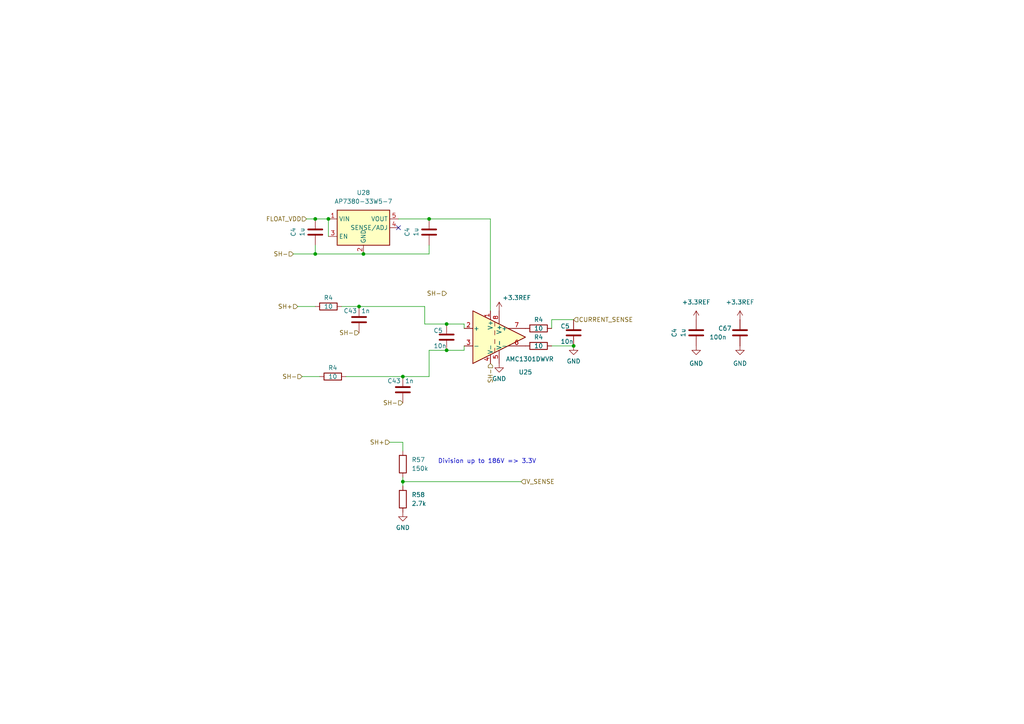
<source format=kicad_sch>
(kicad_sch (version 20230121) (generator eeschema)
  (paper "A4")
  (lib_symbols
    (symbol "Amplifier_Difference:AMC1300DWV" (pin_names (offset 0.127))
      (property "Reference" "U" (at 7.62 8.89 0))
      (property "Value" "AMC1300DWV" (at 1.27 6.35 0))
      (symbol "AMC1300DWV_0_1"
        (polyline (pts (xy -1.27 -3.175) (xy -1.27 -4.445)))
        (polyline (pts (xy -1.27 -0.635) (xy -1.27 -1.905)))
        (polyline (pts (xy -1.27 1.905) (xy -1.27 0.635)))
        (polyline (pts (xy -1.27 4.445) (xy -1.27 3.175)))
        (polyline (pts (xy -7.62 -7.62) (xy -7.62 7.62) (xy 7.62 0) (xy -7.62 -7.62)) (stroke (width 0.254)) (fill (type background)))
      )
      (symbol "AMC1300DWV_1_1"
        (pin power_in line (at -2.54 7.62 270) (length 2.54) (name "V+") (number "1"))
        (pin input line (at -10.16 2.54 0) (length 2.54) (name "+") (number "2"))
        (pin input line (at -10.16 -2.54 0) (length 2.54) (name "-") (number "3"))
        (pin power_in line (at -2.54 -7.62 90) (length 2.54) (name "V-") (number "4"))
        (pin power_in line (at 0 -7.62 90) (length 3.81) (name "V-") (number "5"))
        (pin output line (at 7.62 -2.54 180) (length 5.08) (name "-") (number "6"))
        (pin output line (at 7.62 2.54 180) (length 5.08) (name "+") (number "7"))
        (pin power_in line (at 0 7.62 270) (length 3.81) (name "V+") (number "8"))
      )
    )
    (symbol "Device:C" (pin_numbers hide) (pin_names (offset 0.254))
      (property "Reference" "C" (at 0.635 2.54 0))
      (property "Value" "C" (at 0.635 -2.54 0))
      (symbol "C_0_1"
        (polyline (pts (xy -2.032 -0.762) (xy 2.032 -0.762)) (stroke (width 0.508)))
        (polyline (pts (xy -2.032 0.762) (xy 2.032 0.762)) (stroke (width 0.508)))
      )
      (symbol "C_1_1"
        (pin passive line (at 0 3.81 270) (length 2.794) (name "~") (number "1"))
        (pin passive line (at 0 -3.81 90) (length 2.794) (name "~") (number "2"))
      )
    )
    (symbol "Device:R" (pin_numbers hide) (pin_names (offset 0))
      (property "Reference" "R" (at 2.032 0 90))
      (property "Value" "R" (at 0 0 90))
      (symbol "R_0_1"
        (rectangle (start -1.016 -2.54) (end 1.016 2.54) (stroke (width 0.254)))
      )
      (symbol "R_1_1"
        (pin passive line (at 0 3.81 270) (length 1.27) (name "~") (number "1"))
        (pin passive line (at 0 -3.81 90) (length 1.27) (name "~") (number "2"))
      )
    )
    (symbol "GigaVescSymbols:+3.3REF" (power) (pin_names (offset 0))
      (property "Value" "+3.3REF" (at 0 3.556 0))
      (symbol "+3.3REF_0_1"
        (polyline (pts (xy -0.762 1.27) (xy 0 2.54)))
        (polyline (pts (xy 0 0) (xy 0 2.54)))
        (polyline (pts (xy 0 2.54) (xy 0.762 1.27)))
      )
      (symbol "+3.3REF_1_1"
        (pin power_in line (at 0 0 90) (length 0) hide (name "+3.3REF") (number "1"))
      )
    )
    (symbol "Regulator_Linear:ADP7142AUJZ-3.3"
      (property "Reference" "U" (at 0 8.89 0))
      (property "Value" "ADP7142AUJZ-3.3" (at 0 6.35 0))
      (symbol "ADP7142AUJZ-3.3_0_1"
        (rectangle (start -7.62 5.08) (end 7.62 -5.08) (stroke (width 0.254)) (fill (type background)))
      )
      (symbol "ADP7142AUJZ-3.3_1_1"
        (pin power_in line (at -10.16 2.54 0) (length 2.54) (name "VIN") (number "1"))
        (pin power_in line (at 0 -7.62 90) (length 2.54) (name "GND") (number "2"))
        (pin input line (at -10.16 -2.54 0) (length 2.54) (name "EN") (number "3"))
        (pin input line (at 10.16 0 180) (length 2.54) (name "SENSE/ADJ") (number "4"))
        (pin power_out line (at 10.16 2.54 180) (length 2.54) (name "VOUT") (number "5"))
      )
    )
    (symbol "power:GND" (power) (pin_names (offset 0))
      (property "Value" "GND" (at 0 -3.81 0))
      (symbol "GND_0_1"
        (polyline (pts (xy 0 0) (xy 0 -1.27) (xy 1.27 -1.27) (xy 0 -2.54) (xy -1.27 -1.27) (xy 0 -1.27)))
      )
      (symbol "GND_1_1"
        (pin power_in line (at 0 0 270) (length 0) hide (name "GND") (number "1"))
      )
    )
  )
  (junction (at 91.44 63.5))
  (junction (at 105.41 73.66))
  (junction (at 116.84 139.7))
  (junction (at 91.44 73.66))
  (junction (at 129.54 93.98))
  (junction (at 129.54 101.6))
  (junction (at 104.14 88.9))
  (junction (at 166.37 100.33))
  (junction (at 116.84 109.22))
  (junction (at 124.46 63.5))
  (junction (at 95.25 63.5))
  (no_connect (at 115.57 66.04))
  (wire (pts (xy 124.46 101.6) (xy 129.54 101.6)))
  (wire (pts (xy 116.84 139.7) (xy 151.13 139.7)))
  (wire (pts (xy 123.19 88.9) (xy 123.19 93.98)))
  (wire (pts (xy 160.02 92.71) (xy 166.37 92.71)))
  (wire (pts (xy 88.9 63.5) (xy 91.44 63.5)))
  (wire (pts (xy 95.25 63.5) (xy 95.25 68.58)))
  (wire (pts (xy 86.36 88.9) (xy 91.44 88.9)))
  (wire (pts (xy 160.02 95.25) (xy 160.02 92.71)))
  (wire (pts (xy 134.62 93.98) (xy 134.62 95.25)))
  (wire (pts (xy 123.19 93.98) (xy 129.54 93.98)))
  (wire (pts (xy 99.06 88.9) (xy 104.14 88.9)))
  (wire (pts (xy 91.44 71.12) (xy 91.44 73.66)))
  (wire (pts (xy 104.14 88.9) (xy 123.19 88.9)))
  (wire (pts (xy 116.84 109.22) (xy 124.46 109.22)))
  (wire (pts (xy 116.84 138.43) (xy 116.84 139.7)))
  (wire (pts (xy 116.84 140.97) (xy 116.84 139.7)))
  (wire (pts (xy 113.03 128.27) (xy 116.84 128.27)))
  (wire (pts (xy 85.09 73.66) (xy 91.44 73.66)))
  (wire (pts (xy 115.57 63.5) (xy 124.46 63.5)))
  (wire (pts (xy 129.54 93.98) (xy 134.62 93.98)))
  (wire (pts (xy 87.63 109.22) (xy 92.71 109.22)))
  (wire (pts (xy 100.33 109.22) (xy 116.84 109.22)))
  (wire (pts (xy 124.46 73.66) (xy 105.41 73.66)))
  (wire (pts (xy 124.46 109.22) (xy 124.46 101.6)))
  (wire (pts (xy 91.44 63.5) (xy 95.25 63.5)))
  (wire (pts (xy 129.54 101.6) (xy 134.62 101.6)))
  (wire (pts (xy 134.62 101.6) (xy 134.62 100.33)))
  (wire (pts (xy 116.84 128.27) (xy 116.84 130.81)))
  (wire (pts (xy 91.44 73.66) (xy 105.41 73.66)))
  (wire (pts (xy 124.46 63.5) (xy 142.24 63.5)))
  (wire (pts (xy 124.46 71.12) (xy 124.46 73.66)))
  (wire (pts (xy 142.24 90.17) (xy 142.24 63.5)))
  (wire (pts (xy 160.02 100.33) (xy 166.37 100.33)))
  (text "Division up to 186V => 3.3V" (at 127 134.62 0) (effects (font (size 1.27 1.27)) (justify left bottom)))
  (hierarchical_label "SH-" (shape input) (at 104.14 96.52 180))
  (hierarchical_label "SH-" (shape input) (at 85.09 73.66 180))
  (hierarchical_label "SH+" (shape input) (at 86.36 88.9 180))
  (hierarchical_label "SH-" (shape input) (at 142.24 105.41 270))
  (hierarchical_label "SH-" (shape input) (at 116.84 116.84 180))
  (hierarchical_label "SH+" (shape input) (at 113.03 128.27 180))
  (hierarchical_label "CURRENT_SENSE" (shape input) (at 166.37 92.71 0))
  (hierarchical_label "SH-" (shape input) (at 87.63 109.22 180))
  (hierarchical_label "SH-" (shape input) (at 129.54 85.09 180))
  (hierarchical_label "V_SENSE" (shape input) (at 151.13 139.7 0))
  (hierarchical_label "FLOAT_VDD" (shape input) (at 88.9 63.5 180))
  (symbol (lib_id "Amplifier_Difference:AMC1300DWV") (at 144.78 97.79 0) (unit 1)
    (property "Reference" "U25" (at 152.4 107.95 0))
    (property "Value" "AMC1301DWVR" (at 153.67 104.14 0))
    (property "Footprint" "Package_SO:SOIC-8_7.5x5.85mm_P1.27mm" (effects hide))
    (property "Datasheet" "http://www.ti.com/lit/ds/symlink/amc1300.pdf" (effects hide))
    (property "MPN" "C190273" (effects hide))
    (instances (project "DevKit" (path "" (reference "U25") (unit 1)) (path "" (reference "U26") (unit 1)) (path "" (reference "U27") (unit 1))) (project "EPC2304" (path "" (reference "U4") (unit 1)) (path "" (reference "U5") (unit 1)) (path "" (reference "U6") (unit 1))))
  )
  (symbol (lib_id "Regulator_Linear:ADP7142AUJZ-3.3") (at 105.41 66.04 0) (unit 1)
    (property "Reference" "U28" (at 105.41 55.88 0))
    (property "Value" "AP7380-33W5-7" (at 105.41 58.42 0))
    (property "Footprint" "Package_TO_SOT_SMD:TSOT-23-5" (effects hide))
    (property "Datasheet" "https://www.analog.com/media/en/technical-documentation/data-sheets/ADP7142.pdf" (effects hide))
    (property "MPN" "C115094" (effects hide))
    (instances (project "DevKit" (path "" (reference "U28") (unit 1)) (path "" (reference "U29") (unit 1)) (path "" (reference "U30") (unit 1))))
  )
  (symbol (lib_id "Device:R") (at 156.21 95.25 90) (unit 1)
    (property "Reference" "R4" (at 156.21 92.71 90))
    (property "Value" "10" (at 156.21 95.25 90))
    (property "Footprint" "Resistor_SMD:R_0603_1608Metric" (effects hide))
    (property "Mouser" "603-RC0805JR-072R2L" (effects hide))
    (property "MPN" "C22859" (effects hide))
    (instances (project "2EDF7275KXUMA1" (path "" (reference "R4") (unit 1))) (project "GigaVescDrivers" (path "" (reference "R19") (unit 1)) (path "" (reference "R27") (unit 1)) (path "" (reference "R37") (unit 1))) (project "DevKit" (path "" (reference "R53") (unit 1)) (path "" (reference "R60") (unit 1)) (path "" (reference "R69") (unit 1))) (project "EPC2304" (path "" (reference "R11") (unit 1)) (path "" (reference "R12") (unit 1)) (path "" (reference "R16") (unit 1))))
  )
  (symbol (lib_id "Device:C") (at 91.44 67.31 0) (unit 1)
    (property "Reference" "C4" (at 85.09 67.31 90))
    (property "Value" "1u" (at 87.63 67.31 90))
    (property "Footprint" "GigaVescLibs:C_0603_1608Metric_L" (effects hide))
    (property "MPN" "C15849" (effects hide))
    (instances (project "DevKit" (path "" (reference "C4") (unit 1)) (path "" (reference "C80") (unit 1)) (path "" (reference "C79") (unit 1)) (path "" (reference "C81") (unit 1))))
  )
  (symbol (lib_id "Device:R") (at 116.84 144.78 0) (unit 1)
    (property "Reference" "R58" (at 119.38 143.51 0) (effects (justify left)))
    (property "Value" "2.7k" (at 119.38 146.05 0) (effects (justify left)))
    (property "Footprint" "Resistor_SMD:R_0603_1608Metric" (effects hide))
    (property "MPN" "C13167" (effects hide))
    (property "Mouser" "603-RT0805FRE072K7L" (effects hide))
    (instances (project "DevKit" (path "" (reference "R58") (unit 1)) (path "" (reference "R52") (unit 1)) (path "" (reference "R67") (unit 1))) (project "EPC2304" (path "" (reference "R2") (unit 1)) (path "" (reference "R12") (unit 1)) (path "" (reference "R14") (unit 1))))
  )
  (symbol (lib_id "Device:R") (at 95.25 88.9 90) (unit 1)
    (property "Reference" "R4" (at 95.25 86.36 90))
    (property "Value" "10" (at 95.25 88.9 90))
    (property "Footprint" "Resistor_SMD:R_0603_1608Metric" (effects hide))
    (property "Mouser" "603-RC0805JR-072R2L" (effects hide))
    (property "MPN" "C22859" (effects hide))
    (instances (project "2EDF7275KXUMA1" (path "" (reference "R4") (unit 1))) (project "GigaVescDrivers" (path "" (reference "R19") (unit 1)) (path "" (reference "R27") (unit 1)) (path "" (reference "R37") (unit 1))) (project "DevKit" (path "" (reference "R48") (unit 1)) (path "" (reference "R55") (unit 1)) (path "" (reference "R62") (unit 1))) (project "EPC2304" (path "" (reference "R11") (unit 1)) (path "" (reference "R12") (unit 1)) (path "" (reference "R16") (unit 1))))
  )
  (symbol (lib_id "power:GND") (at 144.78 105.41 0) (unit 1)
    (property "Reference" "#PWR0214" (effects hide))
    (property "Value" "GND" (at 144.78 109.855 0))
    (instances (project "DevKit" (path "" (reference "#PWR0214") (unit 1)) (path "" (reference "#PWR0194") (unit 1)) (path "" (reference "#PWR0220") (unit 1))) (project "EPC2304" (path "" (reference "#PWR032") (unit 1)) (path "" (reference "#PWR020") (unit 1)) (path "" (reference "#PWR021") (unit 1)) (path "" (reference "#PWR034") (unit 1))))
  )
  (symbol (lib_id "power:GND") (at 166.37 100.33 0) (unit 1)
    (property "Reference" "#PWR0216" (effects hide))
    (property "Value" "GND" (at 166.37 104.775 0))
    (instances (project "DevKit" (path "" (reference "#PWR0216") (unit 1)) (path "" (reference "#PWR0204") (unit 1)) (path "" (reference "#PWR0223") (unit 1))) (project "EPC2304" (path "" (reference "#PWR032") (unit 1)) (path "" (reference "#PWR020") (unit 1)) (path "" (reference "#PWR021") (unit 1)) (path "" (reference "#PWR034") (unit 1))))
  )
  (symbol (lib_id "Device:C") (at 201.93 96.52 0) (unit 1)
    (property "Reference" "C4" (at 195.58 96.52 90))
    (property "Value" "1u" (at 198.12 96.52 90))
    (property "Footprint" "GigaVescLibs:C_0603_1608Metric_L" (effects hide))
    (property "MPN" "C15849" (effects hide))
    (instances (project "DevKit" (path "" (reference "C4") (unit 1)) (path "" (reference "C41") (unit 1)) (path "" (reference "C70") (unit 1)) (path "" (reference "C76") (unit 1))))
  )
  (symbol (lib_id "GigaVescSymbols:+3.3REF") (at 144.78 90.17 0) (unit 1)
    (property "Reference" "#PWR0129" (effects hide))
    (property "Value" "+3.3REF" (at 149.86 86.36 0))
    (instances (project "DevKit" (path "" (reference "#PWR0129") (unit 1)) (path "" (reference "#PWR0211") (unit 1)) (path "" (reference "#PWR0189") (unit 1)) (path "" (reference "#PWR0219") (unit 1))))
  )
  (symbol (lib_id "GigaVescSymbols:+3.3REF") (at 214.63 92.71 0) (unit 1)
    (property "Reference" "#PWR0129" (effects hide))
    (property "Value" "+3.3REF" (at 214.63 87.63 0))
    (instances (project "DevKit" (path "" (reference "#PWR0129") (unit 1)) (path "" (reference "#PWR0200") (unit 1)) (path "" (reference "#PWR0205") (unit 1)) (path "" (reference "#PWR0224") (unit 1))))
  )
  (symbol (lib_id "Device:C") (at 124.46 67.31 0) (unit 1)
    (property "Reference" "C4" (at 118.11 67.31 90))
    (property "Value" "1u" (at 120.65 67.31 90))
    (property "Footprint" "GigaVescLibs:C_0603_1608Metric_L" (effects hide))
    (property "MPN" "C15849" (effects hide))
    (instances (project "DevKit" (path "" (reference "C4") (unit 1)) (path "" (reference "C83") (unit 1)) (path "" (reference "C82") (unit 1)) (path "" (reference "C84") (unit 1))))
  )
  (symbol (lib_id "Device:C") (at 129.54 97.79 0) (unit 1)
    (property "Reference" "C5" (at 125.73 95.885 0) (effects (justify left)))
    (property "Value" "10n" (at 125.73 100.33 0) (effects (justify left)))
    (property "Footprint" "GigaVescLibs:C_0603_1608Metric_L" (effects hide))
    (property "MPN" "C57112" (effects hide))
    (instances (project "DevKit" (path "" (reference "C5") (unit 1)) (path "" (reference "C36") (unit 1)) (path "" (reference "C69") (unit 1)) (path "" (reference "C75") (unit 1))))
  )
  (symbol (lib_id "power:GND") (at 214.63 100.33 0) (unit 1)
    (property "Reference" "#PWR0129" (effects hide))
    (property "Value" "GND" (at 214.63 105.41 0))
    (instances (project "DevKit" (path "" (reference "#PWR0129") (unit 1)) (path "" (reference "#PWR0201") (unit 1)) (path "" (reference "#PWR0212") (unit 1)) (path "" (reference "#PWR0225") (unit 1))))
  )
  (symbol (lib_id "Device:R") (at 116.84 134.62 0) (unit 1)
    (property "Reference" "R57" (at 119.38 133.35 0) (effects (justify left)))
    (property "Value" "150k" (at 119.38 135.89 0) (effects (justify left)))
    (property "Footprint" "Resistor_SMD:R_0603_1608Metric" (effects hide))
    (property "MPN" "C22807" (effects hide))
    (property "Mouser" "603-RT0805FRE07150KL" (effects hide))
    (instances (project "DevKit" (path "" (reference "R57") (unit 1)) (path "" (reference "R51") (unit 1)) (path "" (reference "R66") (unit 1))) (project "EPC2304" (path "" (reference "R1") (unit 1)) (path "" (reference "R11") (unit 1)) (path "" (reference "R13") (unit 1))))
  )
  (symbol (lib_id "power:GND") (at 201.93 100.33 0) (unit 1)
    (property "Reference" "#PWR0129" (effects hide))
    (property "Value" "GND" (at 201.93 105.41 0))
    (instances (project "DevKit" (path "" (reference "#PWR0129") (unit 1)) (path "" (reference "#PWR0196") (unit 1)) (path "" (reference "#PWR0199") (unit 1)) (path "" (reference "#PWR0222") (unit 1))))
  )
  (symbol (lib_id "Device:R") (at 96.52 109.22 90) (unit 1)
    (property "Reference" "R4" (at 96.52 106.68 90))
    (property "Value" "10" (at 96.52 109.22 90))
    (property "Footprint" "Resistor_SMD:R_0603_1608Metric" (effects hide))
    (property "Mouser" "603-RC0805JR-072R2L" (effects hide))
    (property "MPN" "C22859" (effects hide))
    (instances (project "2EDF7275KXUMA1" (path "" (reference "R4") (unit 1))) (project "GigaVescDrivers" (path "" (reference "R19") (unit 1)) (path "" (reference "R27") (unit 1)) (path "" (reference "R37") (unit 1))) (project "DevKit" (path "" (reference "R50") (unit 1)) (path "" (reference "R56") (unit 1)) (path "" (reference "R65") (unit 1))) (project "EPC2304" (path "" (reference "R31") (unit 1)) (path "" (reference "R32") (unit 1)) (path "" (reference "R33") (unit 1))))
  )
  (symbol (lib_id "Device:C") (at 104.14 92.71 0) (unit 1)
    (property "Reference" "C43" (at 101.6 90.17 0))
    (property "Value" "1n" (at 106.045 90.17 0))
    (property "Footprint" "GigaVescLibs:C_0603_1608Metric_L" (effects hide))
    (property "MPN" "C1588" (effects hide))
    (instances (project "DevKit" (path "" (reference "C43") (unit 1)) (path "" (reference "C14") (unit 1)) (path "" (reference "C42") (unit 1)) (path "" (reference "C73") (unit 1))))
  )
  (symbol (lib_id "Device:C") (at 116.84 113.03 0) (unit 1)
    (property "Reference" "C43" (at 114.3 110.49 0))
    (property "Value" "1n" (at 118.745 110.49 0))
    (property "Footprint" "GigaVescLibs:C_0603_1608Metric_L" (effects hide))
    (property "MPN" "C1588" (effects hide))
    (instances (project "DevKit" (path "" (reference "C43") (unit 1)) (path "" (reference "C40") (unit 1)) (path "" (reference "C68") (unit 1)) (path "" (reference "C74") (unit 1))))
  )
  (symbol (lib_id "Device:R") (at 156.21 100.33 90) (unit 1)
    (property "Reference" "R4" (at 156.21 97.79 90))
    (property "Value" "10" (at 156.21 100.33 90))
    (property "Footprint" "Resistor_SMD:R_0603_1608Metric" (effects hide))
    (property "Mouser" "603-RC0805JR-072R2L" (effects hide))
    (property "MPN" "C22859" (effects hide))
    (instances (project "2EDF7275KXUMA1" (path "" (reference "R4") (unit 1))) (project "GigaVescDrivers" (path "" (reference "R19") (unit 1)) (path "" (reference "R27") (unit 1)) (path "" (reference "R37") (unit 1))) (project "DevKit" (path "" (reference "R54") (unit 1)) (path "" (reference "R61") (unit 1)) (path "" (reference "R70") (unit 1))) (project "EPC2304" (path "" (reference "R11") (unit 1)) (path "" (reference "R12") (unit 1)) (path "" (reference "R16") (unit 1))))
  )
  (symbol (lib_id "Device:C") (at 214.63 96.52 0) (unit 1)
    (property "Reference" "C67" (at 208.28 95.25 0) (effects (justify left)))
    (property "Value" "100n" (at 205.74 97.79 0) (effects (justify left)))
    (property "Footprint" "GigaVescLibs:C_0603_1608Metric_L" (effects hide))
    (property "MPN" "C14663" (effects hide))
    (property "Mouser" "581-08055C104KAT4A" (effects hide))
    (instances (project "DevKit" (path "" (reference "C67") (unit 1)) (path "" (reference "C72") (unit 1)) (path "" (reference "C78") (unit 1))) (project "IPB072N15N3G_SHUNTS" (path "" (reference "C29") (unit 1)) (path "" (reference "C39") (unit 1)) (path "" (reference "C44") (unit 1))))
  )
  (symbol (lib_id "Device:C") (at 166.37 96.52 0) (unit 1)
    (property "Reference" "C5" (at 162.56 94.615 0) (effects (justify left)))
    (property "Value" "10n" (at 162.56 99.06 0) (effects (justify left)))
    (property "Footprint" "GigaVescLibs:C_0603_1608Metric_L" (effects hide))
    (property "MPN" "C57112" (effects hide))
    (instances (project "DevKit" (path "" (reference "C5") (unit 1)) (path "" (reference "C15") (unit 1)) (path "" (reference "C71") (unit 1)) (path "" (reference "C77") (unit 1))))
  )
  (symbol (lib_id "power:GND") (at 116.84 148.59 0) (unit 1)
    (property "Reference" "#PWR0213" (effects hide))
    (property "Value" "GND" (at 116.84 153.035 0))
    (instances (project "DevKit" (path "" (reference "#PWR0213") (unit 1)) (path "" (reference "#PWR0129") (unit 1)) (path "" (reference "#PWR0217") (unit 1))) (project "EPC2304" (path "" (reference "#PWR032") (unit 1)) (path "" (reference "#PWR08") (unit 1)) (path "" (reference "#PWR020") (unit 1)) (path "" (reference "#PWR021") (unit 1))))
  )
  (symbol (lib_id "GigaVescSymbols:+3.3REF") (at 201.93 92.71 0) (unit 1)
    (property "Reference" "#PWR0129" (effects hide))
    (property "Value" "+3.3REF" (at 201.93 87.63 0))
    (instances (project "DevKit" (path "" (reference "#PWR0129") (unit 1)) (path "" (reference "#PWR0197") (unit 1)) (path "" (reference "#PWR0195") (unit 1)) (path "" (reference "#PWR0221") (unit 1))))
  )
)
</source>
